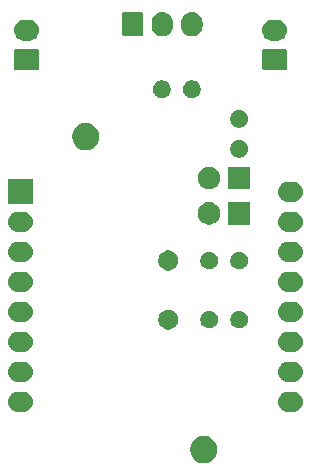
<source format=gbr>
G04 #@! TF.GenerationSoftware,KiCad,Pcbnew,5.1.5-52549c5~84~ubuntu18.04.1*
G04 #@! TF.CreationDate,2020-02-24T15:42:57+01:00*
G04 #@! TF.ProjectId,osat_wemos_board,6f736174-5f77-4656-9d6f-735f626f6172,rev?*
G04 #@! TF.SameCoordinates,Original*
G04 #@! TF.FileFunction,Soldermask,Bot*
G04 #@! TF.FilePolarity,Negative*
%FSLAX46Y46*%
G04 Gerber Fmt 4.6, Leading zero omitted, Abs format (unit mm)*
G04 Created by KiCad (PCBNEW 5.1.5-52549c5~84~ubuntu18.04.1) date 2020-02-24 15:42:57*
%MOMM*%
%LPD*%
G04 APERTURE LIST*
%ADD10C,0.100000*%
G04 APERTURE END LIST*
D10*
G36*
X121224549Y-88871116D02*
G01*
X121335734Y-88893232D01*
X121545203Y-88979997D01*
X121733720Y-89105960D01*
X121894040Y-89266280D01*
X122020003Y-89454797D01*
X122106768Y-89664266D01*
X122151000Y-89886636D01*
X122151000Y-90113364D01*
X122106768Y-90335734D01*
X122020003Y-90545203D01*
X121894040Y-90733720D01*
X121733720Y-90894040D01*
X121545203Y-91020003D01*
X121335734Y-91106768D01*
X121224549Y-91128884D01*
X121113365Y-91151000D01*
X120886635Y-91151000D01*
X120775451Y-91128884D01*
X120664266Y-91106768D01*
X120454797Y-91020003D01*
X120266280Y-90894040D01*
X120105960Y-90733720D01*
X119979997Y-90545203D01*
X119893232Y-90335734D01*
X119849000Y-90113364D01*
X119849000Y-89886636D01*
X119893232Y-89664266D01*
X119979997Y-89454797D01*
X120105960Y-89266280D01*
X120266280Y-89105960D01*
X120454797Y-88979997D01*
X120664266Y-88893232D01*
X120775451Y-88871116D01*
X120886635Y-88849000D01*
X121113365Y-88849000D01*
X121224549Y-88871116D01*
G37*
G36*
X128711824Y-85116314D02*
G01*
X128872243Y-85164977D01*
X129004907Y-85235887D01*
X129020079Y-85243997D01*
X129149660Y-85350342D01*
X129256005Y-85479923D01*
X129256006Y-85479925D01*
X129335025Y-85627759D01*
X129383688Y-85788178D01*
X129400118Y-85955001D01*
X129383688Y-86121824D01*
X129335025Y-86282243D01*
X129264115Y-86414907D01*
X129256005Y-86430079D01*
X129149660Y-86559660D01*
X129020079Y-86666005D01*
X129020077Y-86666006D01*
X128872243Y-86745025D01*
X128711824Y-86793688D01*
X128586805Y-86806001D01*
X128103197Y-86806001D01*
X127978178Y-86793688D01*
X127817759Y-86745025D01*
X127669925Y-86666006D01*
X127669923Y-86666005D01*
X127540342Y-86559660D01*
X127433997Y-86430079D01*
X127425887Y-86414907D01*
X127354977Y-86282243D01*
X127306314Y-86121824D01*
X127289884Y-85955001D01*
X127306314Y-85788178D01*
X127354977Y-85627759D01*
X127433996Y-85479925D01*
X127433997Y-85479923D01*
X127540342Y-85350342D01*
X127669923Y-85243997D01*
X127685095Y-85235887D01*
X127817759Y-85164977D01*
X127978178Y-85116314D01*
X128103197Y-85104001D01*
X128586805Y-85104001D01*
X128711824Y-85116314D01*
G37*
G36*
X105851824Y-85116314D02*
G01*
X106012243Y-85164977D01*
X106144907Y-85235887D01*
X106160079Y-85243997D01*
X106289660Y-85350342D01*
X106396005Y-85479923D01*
X106396006Y-85479925D01*
X106475025Y-85627759D01*
X106523688Y-85788178D01*
X106540118Y-85955001D01*
X106523688Y-86121824D01*
X106475025Y-86282243D01*
X106404115Y-86414907D01*
X106396005Y-86430079D01*
X106289660Y-86559660D01*
X106160079Y-86666005D01*
X106160077Y-86666006D01*
X106012243Y-86745025D01*
X105851824Y-86793688D01*
X105726805Y-86806001D01*
X105243197Y-86806001D01*
X105118178Y-86793688D01*
X104957759Y-86745025D01*
X104809925Y-86666006D01*
X104809923Y-86666005D01*
X104680342Y-86559660D01*
X104573997Y-86430079D01*
X104565887Y-86414907D01*
X104494977Y-86282243D01*
X104446314Y-86121824D01*
X104429884Y-85955001D01*
X104446314Y-85788178D01*
X104494977Y-85627759D01*
X104573996Y-85479925D01*
X104573997Y-85479923D01*
X104680342Y-85350342D01*
X104809923Y-85243997D01*
X104825095Y-85235887D01*
X104957759Y-85164977D01*
X105118178Y-85116314D01*
X105243197Y-85104001D01*
X105726805Y-85104001D01*
X105851824Y-85116314D01*
G37*
G36*
X105851824Y-82576314D02*
G01*
X106012243Y-82624977D01*
X106144907Y-82695887D01*
X106160079Y-82703997D01*
X106289660Y-82810342D01*
X106396005Y-82939923D01*
X106396006Y-82939925D01*
X106475025Y-83087759D01*
X106523688Y-83248178D01*
X106540118Y-83415001D01*
X106523688Y-83581824D01*
X106475025Y-83742243D01*
X106404115Y-83874907D01*
X106396005Y-83890079D01*
X106289660Y-84019660D01*
X106160079Y-84126005D01*
X106160077Y-84126006D01*
X106012243Y-84205025D01*
X105851824Y-84253688D01*
X105726805Y-84266001D01*
X105243197Y-84266001D01*
X105118178Y-84253688D01*
X104957759Y-84205025D01*
X104809925Y-84126006D01*
X104809923Y-84126005D01*
X104680342Y-84019660D01*
X104573997Y-83890079D01*
X104565887Y-83874907D01*
X104494977Y-83742243D01*
X104446314Y-83581824D01*
X104429884Y-83415001D01*
X104446314Y-83248178D01*
X104494977Y-83087759D01*
X104573996Y-82939925D01*
X104573997Y-82939923D01*
X104680342Y-82810342D01*
X104809923Y-82703997D01*
X104825095Y-82695887D01*
X104957759Y-82624977D01*
X105118178Y-82576314D01*
X105243197Y-82564001D01*
X105726805Y-82564001D01*
X105851824Y-82576314D01*
G37*
G36*
X128711824Y-82576314D02*
G01*
X128872243Y-82624977D01*
X129004907Y-82695887D01*
X129020079Y-82703997D01*
X129149660Y-82810342D01*
X129256005Y-82939923D01*
X129256006Y-82939925D01*
X129335025Y-83087759D01*
X129383688Y-83248178D01*
X129400118Y-83415001D01*
X129383688Y-83581824D01*
X129335025Y-83742243D01*
X129264115Y-83874907D01*
X129256005Y-83890079D01*
X129149660Y-84019660D01*
X129020079Y-84126005D01*
X129020077Y-84126006D01*
X128872243Y-84205025D01*
X128711824Y-84253688D01*
X128586805Y-84266001D01*
X128103197Y-84266001D01*
X127978178Y-84253688D01*
X127817759Y-84205025D01*
X127669925Y-84126006D01*
X127669923Y-84126005D01*
X127540342Y-84019660D01*
X127433997Y-83890079D01*
X127425887Y-83874907D01*
X127354977Y-83742243D01*
X127306314Y-83581824D01*
X127289884Y-83415001D01*
X127306314Y-83248178D01*
X127354977Y-83087759D01*
X127433996Y-82939925D01*
X127433997Y-82939923D01*
X127540342Y-82810342D01*
X127669923Y-82703997D01*
X127685095Y-82695887D01*
X127817759Y-82624977D01*
X127978178Y-82576314D01*
X128103197Y-82564001D01*
X128586805Y-82564001D01*
X128711824Y-82576314D01*
G37*
G36*
X105851824Y-80036314D02*
G01*
X106012243Y-80084977D01*
X106144907Y-80155887D01*
X106160079Y-80163997D01*
X106289660Y-80270342D01*
X106396005Y-80399923D01*
X106396006Y-80399925D01*
X106475025Y-80547759D01*
X106523688Y-80708178D01*
X106540118Y-80875001D01*
X106523688Y-81041824D01*
X106475025Y-81202243D01*
X106404115Y-81334907D01*
X106396005Y-81350079D01*
X106289660Y-81479660D01*
X106160079Y-81586005D01*
X106160077Y-81586006D01*
X106012243Y-81665025D01*
X105851824Y-81713688D01*
X105726805Y-81726001D01*
X105243197Y-81726001D01*
X105118178Y-81713688D01*
X104957759Y-81665025D01*
X104809925Y-81586006D01*
X104809923Y-81586005D01*
X104680342Y-81479660D01*
X104573997Y-81350079D01*
X104565887Y-81334907D01*
X104494977Y-81202243D01*
X104446314Y-81041824D01*
X104429884Y-80875001D01*
X104446314Y-80708178D01*
X104494977Y-80547759D01*
X104573996Y-80399925D01*
X104573997Y-80399923D01*
X104680342Y-80270342D01*
X104809923Y-80163997D01*
X104825095Y-80155887D01*
X104957759Y-80084977D01*
X105118178Y-80036314D01*
X105243197Y-80024001D01*
X105726805Y-80024001D01*
X105851824Y-80036314D01*
G37*
G36*
X128711824Y-80036314D02*
G01*
X128872243Y-80084977D01*
X129004907Y-80155887D01*
X129020079Y-80163997D01*
X129149660Y-80270342D01*
X129256005Y-80399923D01*
X129256006Y-80399925D01*
X129335025Y-80547759D01*
X129383688Y-80708178D01*
X129400118Y-80875001D01*
X129383688Y-81041824D01*
X129335025Y-81202243D01*
X129264115Y-81334907D01*
X129256005Y-81350079D01*
X129149660Y-81479660D01*
X129020079Y-81586005D01*
X129020077Y-81586006D01*
X128872243Y-81665025D01*
X128711824Y-81713688D01*
X128586805Y-81726001D01*
X128103197Y-81726001D01*
X127978178Y-81713688D01*
X127817759Y-81665025D01*
X127669925Y-81586006D01*
X127669923Y-81586005D01*
X127540342Y-81479660D01*
X127433997Y-81350079D01*
X127425887Y-81334907D01*
X127354977Y-81202243D01*
X127306314Y-81041824D01*
X127289884Y-80875001D01*
X127306314Y-80708178D01*
X127354977Y-80547759D01*
X127433996Y-80399925D01*
X127433997Y-80399923D01*
X127540342Y-80270342D01*
X127669923Y-80163997D01*
X127685095Y-80155887D01*
X127817759Y-80084977D01*
X127978178Y-80036314D01*
X128103197Y-80024001D01*
X128586805Y-80024001D01*
X128711824Y-80036314D01*
G37*
G36*
X118248228Y-78181703D02*
G01*
X118403100Y-78245853D01*
X118542481Y-78338985D01*
X118661015Y-78457519D01*
X118754147Y-78596900D01*
X118818297Y-78751772D01*
X118851000Y-78916184D01*
X118851000Y-79083816D01*
X118818297Y-79248228D01*
X118754147Y-79403100D01*
X118661015Y-79542481D01*
X118542481Y-79661015D01*
X118403100Y-79754147D01*
X118248228Y-79818297D01*
X118083816Y-79851000D01*
X117916184Y-79851000D01*
X117751772Y-79818297D01*
X117596900Y-79754147D01*
X117457519Y-79661015D01*
X117338985Y-79542481D01*
X117245853Y-79403100D01*
X117181703Y-79248228D01*
X117149000Y-79083816D01*
X117149000Y-78916184D01*
X117181703Y-78751772D01*
X117245853Y-78596900D01*
X117338985Y-78457519D01*
X117457519Y-78338985D01*
X117596900Y-78245853D01*
X117751772Y-78181703D01*
X117916184Y-78149000D01*
X118083816Y-78149000D01*
X118248228Y-78181703D01*
G37*
G36*
X124219059Y-78277860D02*
G01*
X124355732Y-78334472D01*
X124478735Y-78416660D01*
X124583340Y-78521265D01*
X124665528Y-78644268D01*
X124722140Y-78780941D01*
X124751000Y-78926033D01*
X124751000Y-79073967D01*
X124722140Y-79219059D01*
X124665528Y-79355732D01*
X124583340Y-79478735D01*
X124478735Y-79583340D01*
X124355732Y-79665528D01*
X124355731Y-79665529D01*
X124355730Y-79665529D01*
X124219059Y-79722140D01*
X124073968Y-79751000D01*
X123926032Y-79751000D01*
X123780941Y-79722140D01*
X123644270Y-79665529D01*
X123644269Y-79665529D01*
X123644268Y-79665528D01*
X123521265Y-79583340D01*
X123416660Y-79478735D01*
X123334472Y-79355732D01*
X123277860Y-79219059D01*
X123249000Y-79073967D01*
X123249000Y-78926033D01*
X123277860Y-78780941D01*
X123334472Y-78644268D01*
X123416660Y-78521265D01*
X123521265Y-78416660D01*
X123644268Y-78334472D01*
X123780941Y-78277860D01*
X123926032Y-78249000D01*
X124073968Y-78249000D01*
X124219059Y-78277860D01*
G37*
G36*
X121679059Y-78277860D02*
G01*
X121815732Y-78334472D01*
X121938735Y-78416660D01*
X122043340Y-78521265D01*
X122125528Y-78644268D01*
X122182140Y-78780941D01*
X122211000Y-78926033D01*
X122211000Y-79073967D01*
X122182140Y-79219059D01*
X122125528Y-79355732D01*
X122043340Y-79478735D01*
X121938735Y-79583340D01*
X121815732Y-79665528D01*
X121815731Y-79665529D01*
X121815730Y-79665529D01*
X121679059Y-79722140D01*
X121533968Y-79751000D01*
X121386032Y-79751000D01*
X121240941Y-79722140D01*
X121104270Y-79665529D01*
X121104269Y-79665529D01*
X121104268Y-79665528D01*
X120981265Y-79583340D01*
X120876660Y-79478735D01*
X120794472Y-79355732D01*
X120737860Y-79219059D01*
X120709000Y-79073967D01*
X120709000Y-78926033D01*
X120737860Y-78780941D01*
X120794472Y-78644268D01*
X120876660Y-78521265D01*
X120981265Y-78416660D01*
X121104268Y-78334472D01*
X121240941Y-78277860D01*
X121386032Y-78249000D01*
X121533968Y-78249000D01*
X121679059Y-78277860D01*
G37*
G36*
X105851824Y-77496314D02*
G01*
X106012243Y-77544977D01*
X106144907Y-77615887D01*
X106160079Y-77623997D01*
X106289660Y-77730342D01*
X106396005Y-77859923D01*
X106396006Y-77859925D01*
X106475025Y-78007759D01*
X106523688Y-78168178D01*
X106540118Y-78335001D01*
X106523688Y-78501824D01*
X106475025Y-78662243D01*
X106404115Y-78794907D01*
X106396005Y-78810079D01*
X106289660Y-78939660D01*
X106160079Y-79046005D01*
X106160077Y-79046006D01*
X106012243Y-79125025D01*
X105851824Y-79173688D01*
X105726805Y-79186001D01*
X105243197Y-79186001D01*
X105118178Y-79173688D01*
X104957759Y-79125025D01*
X104809925Y-79046006D01*
X104809923Y-79046005D01*
X104680342Y-78939660D01*
X104573997Y-78810079D01*
X104565887Y-78794907D01*
X104494977Y-78662243D01*
X104446314Y-78501824D01*
X104429884Y-78335001D01*
X104446314Y-78168178D01*
X104494977Y-78007759D01*
X104573996Y-77859925D01*
X104573997Y-77859923D01*
X104680342Y-77730342D01*
X104809923Y-77623997D01*
X104825095Y-77615887D01*
X104957759Y-77544977D01*
X105118178Y-77496314D01*
X105243197Y-77484001D01*
X105726805Y-77484001D01*
X105851824Y-77496314D01*
G37*
G36*
X128711824Y-77496314D02*
G01*
X128872243Y-77544977D01*
X129004907Y-77615887D01*
X129020079Y-77623997D01*
X129149660Y-77730342D01*
X129256005Y-77859923D01*
X129256006Y-77859925D01*
X129335025Y-78007759D01*
X129383688Y-78168178D01*
X129400118Y-78335001D01*
X129383688Y-78501824D01*
X129335025Y-78662243D01*
X129264115Y-78794907D01*
X129256005Y-78810079D01*
X129149660Y-78939660D01*
X129020079Y-79046005D01*
X129020077Y-79046006D01*
X128872243Y-79125025D01*
X128711824Y-79173688D01*
X128586805Y-79186001D01*
X128103197Y-79186001D01*
X127978178Y-79173688D01*
X127817759Y-79125025D01*
X127669925Y-79046006D01*
X127669923Y-79046005D01*
X127540342Y-78939660D01*
X127433997Y-78810079D01*
X127425887Y-78794907D01*
X127354977Y-78662243D01*
X127306314Y-78501824D01*
X127289884Y-78335001D01*
X127306314Y-78168178D01*
X127354977Y-78007759D01*
X127433996Y-77859925D01*
X127433997Y-77859923D01*
X127540342Y-77730342D01*
X127669923Y-77623997D01*
X127685095Y-77615887D01*
X127817759Y-77544977D01*
X127978178Y-77496314D01*
X128103197Y-77484001D01*
X128586805Y-77484001D01*
X128711824Y-77496314D01*
G37*
G36*
X128711824Y-74956314D02*
G01*
X128872243Y-75004977D01*
X129004907Y-75075887D01*
X129020079Y-75083997D01*
X129149660Y-75190342D01*
X129256005Y-75319923D01*
X129256006Y-75319925D01*
X129335025Y-75467759D01*
X129383688Y-75628178D01*
X129400118Y-75795001D01*
X129383688Y-75961824D01*
X129335025Y-76122243D01*
X129264115Y-76254907D01*
X129256005Y-76270079D01*
X129149660Y-76399660D01*
X129020079Y-76506005D01*
X129020077Y-76506006D01*
X128872243Y-76585025D01*
X128711824Y-76633688D01*
X128586805Y-76646001D01*
X128103197Y-76646001D01*
X127978178Y-76633688D01*
X127817759Y-76585025D01*
X127669925Y-76506006D01*
X127669923Y-76506005D01*
X127540342Y-76399660D01*
X127433997Y-76270079D01*
X127425887Y-76254907D01*
X127354977Y-76122243D01*
X127306314Y-75961824D01*
X127289884Y-75795001D01*
X127306314Y-75628178D01*
X127354977Y-75467759D01*
X127433996Y-75319925D01*
X127433997Y-75319923D01*
X127540342Y-75190342D01*
X127669923Y-75083997D01*
X127685095Y-75075887D01*
X127817759Y-75004977D01*
X127978178Y-74956314D01*
X128103197Y-74944001D01*
X128586805Y-74944001D01*
X128711824Y-74956314D01*
G37*
G36*
X105851824Y-74956314D02*
G01*
X106012243Y-75004977D01*
X106144907Y-75075887D01*
X106160079Y-75083997D01*
X106289660Y-75190342D01*
X106396005Y-75319923D01*
X106396006Y-75319925D01*
X106475025Y-75467759D01*
X106523688Y-75628178D01*
X106540118Y-75795001D01*
X106523688Y-75961824D01*
X106475025Y-76122243D01*
X106404115Y-76254907D01*
X106396005Y-76270079D01*
X106289660Y-76399660D01*
X106160079Y-76506005D01*
X106160077Y-76506006D01*
X106012243Y-76585025D01*
X105851824Y-76633688D01*
X105726805Y-76646001D01*
X105243197Y-76646001D01*
X105118178Y-76633688D01*
X104957759Y-76585025D01*
X104809925Y-76506006D01*
X104809923Y-76506005D01*
X104680342Y-76399660D01*
X104573997Y-76270079D01*
X104565887Y-76254907D01*
X104494977Y-76122243D01*
X104446314Y-75961824D01*
X104429884Y-75795001D01*
X104446314Y-75628178D01*
X104494977Y-75467759D01*
X104573996Y-75319925D01*
X104573997Y-75319923D01*
X104680342Y-75190342D01*
X104809923Y-75083997D01*
X104825095Y-75075887D01*
X104957759Y-75004977D01*
X105118178Y-74956314D01*
X105243197Y-74944001D01*
X105726805Y-74944001D01*
X105851824Y-74956314D01*
G37*
G36*
X118248228Y-73181703D02*
G01*
X118403100Y-73245853D01*
X118542481Y-73338985D01*
X118661015Y-73457519D01*
X118754147Y-73596900D01*
X118818297Y-73751772D01*
X118851000Y-73916184D01*
X118851000Y-74083816D01*
X118818297Y-74248228D01*
X118754147Y-74403100D01*
X118661015Y-74542481D01*
X118542481Y-74661015D01*
X118403100Y-74754147D01*
X118248228Y-74818297D01*
X118083816Y-74851000D01*
X117916184Y-74851000D01*
X117751772Y-74818297D01*
X117596900Y-74754147D01*
X117457519Y-74661015D01*
X117338985Y-74542481D01*
X117245853Y-74403100D01*
X117181703Y-74248228D01*
X117149000Y-74083816D01*
X117149000Y-73916184D01*
X117181703Y-73751772D01*
X117245853Y-73596900D01*
X117338985Y-73457519D01*
X117457519Y-73338985D01*
X117596900Y-73245853D01*
X117751772Y-73181703D01*
X117916184Y-73149000D01*
X118083816Y-73149000D01*
X118248228Y-73181703D01*
G37*
G36*
X124104137Y-73255001D02*
G01*
X124219059Y-73277860D01*
X124355732Y-73334472D01*
X124478735Y-73416660D01*
X124583340Y-73521265D01*
X124665528Y-73644268D01*
X124665529Y-73644270D01*
X124722140Y-73780941D01*
X124751000Y-73926032D01*
X124751000Y-74073968D01*
X124744628Y-74106001D01*
X124722140Y-74219059D01*
X124665528Y-74355732D01*
X124583340Y-74478735D01*
X124478735Y-74583340D01*
X124355732Y-74665528D01*
X124355731Y-74665529D01*
X124355730Y-74665529D01*
X124219059Y-74722140D01*
X124073968Y-74751000D01*
X123926032Y-74751000D01*
X123780941Y-74722140D01*
X123644270Y-74665529D01*
X123644269Y-74665529D01*
X123644268Y-74665528D01*
X123521265Y-74583340D01*
X123416660Y-74478735D01*
X123334472Y-74355732D01*
X123277860Y-74219059D01*
X123255372Y-74106001D01*
X123249000Y-74073968D01*
X123249000Y-73926032D01*
X123277860Y-73780941D01*
X123334471Y-73644270D01*
X123334472Y-73644268D01*
X123416660Y-73521265D01*
X123521265Y-73416660D01*
X123644268Y-73334472D01*
X123780941Y-73277860D01*
X123895863Y-73255001D01*
X123926032Y-73249000D01*
X124073968Y-73249000D01*
X124104137Y-73255001D01*
G37*
G36*
X121564137Y-73255001D02*
G01*
X121679059Y-73277860D01*
X121815732Y-73334472D01*
X121938735Y-73416660D01*
X122043340Y-73521265D01*
X122125528Y-73644268D01*
X122125529Y-73644270D01*
X122182140Y-73780941D01*
X122211000Y-73926032D01*
X122211000Y-74073968D01*
X122204628Y-74106001D01*
X122182140Y-74219059D01*
X122125528Y-74355732D01*
X122043340Y-74478735D01*
X121938735Y-74583340D01*
X121815732Y-74665528D01*
X121815731Y-74665529D01*
X121815730Y-74665529D01*
X121679059Y-74722140D01*
X121533968Y-74751000D01*
X121386032Y-74751000D01*
X121240941Y-74722140D01*
X121104270Y-74665529D01*
X121104269Y-74665529D01*
X121104268Y-74665528D01*
X120981265Y-74583340D01*
X120876660Y-74478735D01*
X120794472Y-74355732D01*
X120737860Y-74219059D01*
X120715372Y-74106001D01*
X120709000Y-74073968D01*
X120709000Y-73926032D01*
X120737860Y-73780941D01*
X120794471Y-73644270D01*
X120794472Y-73644268D01*
X120876660Y-73521265D01*
X120981265Y-73416660D01*
X121104268Y-73334472D01*
X121240941Y-73277860D01*
X121355863Y-73255001D01*
X121386032Y-73249000D01*
X121533968Y-73249000D01*
X121564137Y-73255001D01*
G37*
G36*
X128711824Y-72416314D02*
G01*
X128872243Y-72464977D01*
X129004907Y-72535887D01*
X129020079Y-72543997D01*
X129149660Y-72650342D01*
X129256005Y-72779923D01*
X129256006Y-72779925D01*
X129335025Y-72927759D01*
X129383688Y-73088178D01*
X129400118Y-73255001D01*
X129383688Y-73421824D01*
X129335025Y-73582243D01*
X129327189Y-73596903D01*
X129256005Y-73730079D01*
X129149660Y-73859660D01*
X129020079Y-73966005D01*
X129020077Y-73966006D01*
X128872243Y-74045025D01*
X128711824Y-74093688D01*
X128586805Y-74106001D01*
X128103197Y-74106001D01*
X127978178Y-74093688D01*
X127817759Y-74045025D01*
X127669925Y-73966006D01*
X127669923Y-73966005D01*
X127540342Y-73859660D01*
X127433997Y-73730079D01*
X127362813Y-73596903D01*
X127354977Y-73582243D01*
X127306314Y-73421824D01*
X127289884Y-73255001D01*
X127306314Y-73088178D01*
X127354977Y-72927759D01*
X127433996Y-72779925D01*
X127433997Y-72779923D01*
X127540342Y-72650342D01*
X127669923Y-72543997D01*
X127685095Y-72535887D01*
X127817759Y-72464977D01*
X127978178Y-72416314D01*
X128103197Y-72404001D01*
X128586805Y-72404001D01*
X128711824Y-72416314D01*
G37*
G36*
X105851824Y-72416314D02*
G01*
X106012243Y-72464977D01*
X106144907Y-72535887D01*
X106160079Y-72543997D01*
X106289660Y-72650342D01*
X106396005Y-72779923D01*
X106396006Y-72779925D01*
X106475025Y-72927759D01*
X106523688Y-73088178D01*
X106540118Y-73255001D01*
X106523688Y-73421824D01*
X106475025Y-73582243D01*
X106467189Y-73596903D01*
X106396005Y-73730079D01*
X106289660Y-73859660D01*
X106160079Y-73966005D01*
X106160077Y-73966006D01*
X106012243Y-74045025D01*
X105851824Y-74093688D01*
X105726805Y-74106001D01*
X105243197Y-74106001D01*
X105118178Y-74093688D01*
X104957759Y-74045025D01*
X104809925Y-73966006D01*
X104809923Y-73966005D01*
X104680342Y-73859660D01*
X104573997Y-73730079D01*
X104502813Y-73596903D01*
X104494977Y-73582243D01*
X104446314Y-73421824D01*
X104429884Y-73255001D01*
X104446314Y-73088178D01*
X104494977Y-72927759D01*
X104573996Y-72779925D01*
X104573997Y-72779923D01*
X104680342Y-72650342D01*
X104809923Y-72543997D01*
X104825095Y-72535887D01*
X104957759Y-72464977D01*
X105118178Y-72416314D01*
X105243197Y-72404001D01*
X105726805Y-72404001D01*
X105851824Y-72416314D01*
G37*
G36*
X128711824Y-69876314D02*
G01*
X128872243Y-69924977D01*
X129004907Y-69995887D01*
X129020079Y-70003997D01*
X129149660Y-70110342D01*
X129256005Y-70239923D01*
X129256006Y-70239925D01*
X129335025Y-70387759D01*
X129383688Y-70548178D01*
X129400118Y-70715001D01*
X129383688Y-70881824D01*
X129335025Y-71042243D01*
X129264115Y-71174907D01*
X129256005Y-71190079D01*
X129149660Y-71319660D01*
X129020079Y-71426005D01*
X129020077Y-71426006D01*
X128872243Y-71505025D01*
X128711824Y-71553688D01*
X128586805Y-71566001D01*
X128103197Y-71566001D01*
X127978178Y-71553688D01*
X127817759Y-71505025D01*
X127669925Y-71426006D01*
X127669923Y-71426005D01*
X127540342Y-71319660D01*
X127433997Y-71190079D01*
X127425887Y-71174907D01*
X127354977Y-71042243D01*
X127306314Y-70881824D01*
X127289884Y-70715001D01*
X127306314Y-70548178D01*
X127354977Y-70387759D01*
X127433996Y-70239925D01*
X127433997Y-70239923D01*
X127540342Y-70110342D01*
X127669923Y-70003997D01*
X127685095Y-69995887D01*
X127817759Y-69924977D01*
X127978178Y-69876314D01*
X128103197Y-69864001D01*
X128586805Y-69864001D01*
X128711824Y-69876314D01*
G37*
G36*
X105851824Y-69876314D02*
G01*
X106012243Y-69924977D01*
X106144907Y-69995887D01*
X106160079Y-70003997D01*
X106289660Y-70110342D01*
X106396005Y-70239923D01*
X106396006Y-70239925D01*
X106475025Y-70387759D01*
X106523688Y-70548178D01*
X106540118Y-70715001D01*
X106523688Y-70881824D01*
X106475025Y-71042243D01*
X106404115Y-71174907D01*
X106396005Y-71190079D01*
X106289660Y-71319660D01*
X106160079Y-71426005D01*
X106160077Y-71426006D01*
X106012243Y-71505025D01*
X105851824Y-71553688D01*
X105726805Y-71566001D01*
X105243197Y-71566001D01*
X105118178Y-71553688D01*
X104957759Y-71505025D01*
X104809925Y-71426006D01*
X104809923Y-71426005D01*
X104680342Y-71319660D01*
X104573997Y-71190079D01*
X104565887Y-71174907D01*
X104494977Y-71042243D01*
X104446314Y-70881824D01*
X104429884Y-70715001D01*
X104446314Y-70548178D01*
X104494977Y-70387759D01*
X104573996Y-70239925D01*
X104573997Y-70239923D01*
X104680342Y-70110342D01*
X104809923Y-70003997D01*
X104825095Y-69995887D01*
X104957759Y-69924977D01*
X105118178Y-69876314D01*
X105243197Y-69864001D01*
X105726805Y-69864001D01*
X105851824Y-69876314D01*
G37*
G36*
X124951000Y-70951000D02*
G01*
X123049000Y-70951000D01*
X123049000Y-69049000D01*
X124951000Y-69049000D01*
X124951000Y-70951000D01*
G37*
G36*
X121737395Y-69085546D02*
G01*
X121910466Y-69157234D01*
X121910467Y-69157235D01*
X122066227Y-69261310D01*
X122198690Y-69393773D01*
X122198691Y-69393775D01*
X122302766Y-69549534D01*
X122374454Y-69722605D01*
X122411000Y-69906333D01*
X122411000Y-70093667D01*
X122374454Y-70277395D01*
X122302766Y-70450466D01*
X122302765Y-70450467D01*
X122198690Y-70606227D01*
X122066227Y-70738690D01*
X121987818Y-70791081D01*
X121910466Y-70842766D01*
X121737395Y-70914454D01*
X121553667Y-70951000D01*
X121366333Y-70951000D01*
X121182605Y-70914454D01*
X121009534Y-70842766D01*
X120932182Y-70791081D01*
X120853773Y-70738690D01*
X120721310Y-70606227D01*
X120617235Y-70450467D01*
X120617234Y-70450466D01*
X120545546Y-70277395D01*
X120509000Y-70093667D01*
X120509000Y-69906333D01*
X120545546Y-69722605D01*
X120617234Y-69549534D01*
X120721309Y-69393775D01*
X120721310Y-69393773D01*
X120853773Y-69261310D01*
X121009533Y-69157235D01*
X121009534Y-69157234D01*
X121182605Y-69085546D01*
X121366333Y-69049000D01*
X121553667Y-69049000D01*
X121737395Y-69085546D01*
G37*
G36*
X106536001Y-69226001D02*
G01*
X104434001Y-69226001D01*
X104434001Y-67124001D01*
X106536001Y-67124001D01*
X106536001Y-69226001D01*
G37*
G36*
X128711824Y-67336314D02*
G01*
X128872243Y-67384977D01*
X128994764Y-67450466D01*
X129020079Y-67463997D01*
X129149660Y-67570342D01*
X129256005Y-67699923D01*
X129256006Y-67699925D01*
X129335025Y-67847759D01*
X129383688Y-68008178D01*
X129400118Y-68175001D01*
X129383688Y-68341824D01*
X129335025Y-68502243D01*
X129264115Y-68634907D01*
X129256005Y-68650079D01*
X129149660Y-68779660D01*
X129020079Y-68886005D01*
X129020077Y-68886006D01*
X128872243Y-68965025D01*
X128711824Y-69013688D01*
X128586805Y-69026001D01*
X128103197Y-69026001D01*
X127978178Y-69013688D01*
X127817759Y-68965025D01*
X127669925Y-68886006D01*
X127669923Y-68886005D01*
X127540342Y-68779660D01*
X127433997Y-68650079D01*
X127425887Y-68634907D01*
X127354977Y-68502243D01*
X127306314Y-68341824D01*
X127289884Y-68175001D01*
X127306314Y-68008178D01*
X127354977Y-67847759D01*
X127433996Y-67699925D01*
X127433997Y-67699923D01*
X127540342Y-67570342D01*
X127669923Y-67463997D01*
X127695238Y-67450466D01*
X127817759Y-67384977D01*
X127978178Y-67336314D01*
X128103197Y-67324001D01*
X128586805Y-67324001D01*
X128711824Y-67336314D01*
G37*
G36*
X124951000Y-67951000D02*
G01*
X123049000Y-67951000D01*
X123049000Y-66049000D01*
X124951000Y-66049000D01*
X124951000Y-67951000D01*
G37*
G36*
X121737395Y-66085546D02*
G01*
X121910466Y-66157234D01*
X121910467Y-66157235D01*
X122066227Y-66261310D01*
X122198690Y-66393773D01*
X122198691Y-66393775D01*
X122302766Y-66549534D01*
X122374454Y-66722605D01*
X122411000Y-66906333D01*
X122411000Y-67093667D01*
X122374454Y-67277395D01*
X122302766Y-67450466D01*
X122293725Y-67463997D01*
X122198690Y-67606227D01*
X122066227Y-67738690D01*
X121987818Y-67791081D01*
X121910466Y-67842766D01*
X121737395Y-67914454D01*
X121553667Y-67951000D01*
X121366333Y-67951000D01*
X121182605Y-67914454D01*
X121009534Y-67842766D01*
X120932182Y-67791081D01*
X120853773Y-67738690D01*
X120721310Y-67606227D01*
X120626275Y-67463997D01*
X120617234Y-67450466D01*
X120545546Y-67277395D01*
X120509000Y-67093667D01*
X120509000Y-66906333D01*
X120545546Y-66722605D01*
X120617234Y-66549534D01*
X120721309Y-66393775D01*
X120721310Y-66393773D01*
X120853773Y-66261310D01*
X121009533Y-66157235D01*
X121009534Y-66157234D01*
X121182605Y-66085546D01*
X121366333Y-66049000D01*
X121553667Y-66049000D01*
X121737395Y-66085546D01*
G37*
G36*
X124219059Y-63817860D02*
G01*
X124355732Y-63874472D01*
X124478735Y-63956660D01*
X124583340Y-64061265D01*
X124665528Y-64184268D01*
X124722140Y-64320941D01*
X124751000Y-64466033D01*
X124751000Y-64613967D01*
X124722140Y-64759059D01*
X124665528Y-64895732D01*
X124583340Y-65018735D01*
X124478735Y-65123340D01*
X124355732Y-65205528D01*
X124355731Y-65205529D01*
X124355730Y-65205529D01*
X124219059Y-65262140D01*
X124073968Y-65291000D01*
X123926032Y-65291000D01*
X123780941Y-65262140D01*
X123644270Y-65205529D01*
X123644269Y-65205529D01*
X123644268Y-65205528D01*
X123521265Y-65123340D01*
X123416660Y-65018735D01*
X123334472Y-64895732D01*
X123277860Y-64759059D01*
X123249000Y-64613967D01*
X123249000Y-64466033D01*
X123277860Y-64320941D01*
X123334472Y-64184268D01*
X123416660Y-64061265D01*
X123521265Y-63956660D01*
X123644268Y-63874472D01*
X123780941Y-63817860D01*
X123926032Y-63789000D01*
X124073968Y-63789000D01*
X124219059Y-63817860D01*
G37*
G36*
X111224549Y-62371116D02*
G01*
X111335734Y-62393232D01*
X111483850Y-62454584D01*
X111542157Y-62478735D01*
X111545203Y-62479997D01*
X111733720Y-62605960D01*
X111894040Y-62766280D01*
X112020003Y-62954797D01*
X112106768Y-63164266D01*
X112151000Y-63386636D01*
X112151000Y-63613364D01*
X112106768Y-63835734D01*
X112020003Y-64045203D01*
X111894040Y-64233720D01*
X111733720Y-64394040D01*
X111545203Y-64520003D01*
X111335734Y-64606768D01*
X111224549Y-64628884D01*
X111113365Y-64651000D01*
X110886635Y-64651000D01*
X110775451Y-64628884D01*
X110664266Y-64606768D01*
X110454797Y-64520003D01*
X110266280Y-64394040D01*
X110105960Y-64233720D01*
X109979997Y-64045203D01*
X109893232Y-63835734D01*
X109849000Y-63613364D01*
X109849000Y-63386636D01*
X109893232Y-63164266D01*
X109979997Y-62954797D01*
X110105960Y-62766280D01*
X110266280Y-62605960D01*
X110454797Y-62479997D01*
X110457844Y-62478735D01*
X110516150Y-62454584D01*
X110664266Y-62393232D01*
X110775451Y-62371116D01*
X110886635Y-62349000D01*
X111113365Y-62349000D01*
X111224549Y-62371116D01*
G37*
G36*
X124219059Y-61277860D02*
G01*
X124355732Y-61334472D01*
X124478735Y-61416660D01*
X124583340Y-61521265D01*
X124583341Y-61521267D01*
X124665529Y-61644270D01*
X124722140Y-61780941D01*
X124751000Y-61926032D01*
X124751000Y-62073968D01*
X124722140Y-62219059D01*
X124668317Y-62349000D01*
X124665528Y-62355732D01*
X124583340Y-62478735D01*
X124478735Y-62583340D01*
X124355732Y-62665528D01*
X124355731Y-62665529D01*
X124355730Y-62665529D01*
X124219059Y-62722140D01*
X124073968Y-62751000D01*
X123926032Y-62751000D01*
X123780941Y-62722140D01*
X123644270Y-62665529D01*
X123644269Y-62665529D01*
X123644268Y-62665528D01*
X123521265Y-62583340D01*
X123416660Y-62478735D01*
X123334472Y-62355732D01*
X123331684Y-62349000D01*
X123277860Y-62219059D01*
X123249000Y-62073968D01*
X123249000Y-61926032D01*
X123277860Y-61780941D01*
X123334471Y-61644270D01*
X123416659Y-61521267D01*
X123416660Y-61521265D01*
X123521265Y-61416660D01*
X123644268Y-61334472D01*
X123780941Y-61277860D01*
X123926032Y-61249000D01*
X124073968Y-61249000D01*
X124219059Y-61277860D01*
G37*
G36*
X117679059Y-58777860D02*
G01*
X117815732Y-58834472D01*
X117938735Y-58916660D01*
X118043340Y-59021265D01*
X118125528Y-59144268D01*
X118182140Y-59280941D01*
X118211000Y-59426033D01*
X118211000Y-59573967D01*
X118182140Y-59719059D01*
X118125528Y-59855732D01*
X118043340Y-59978735D01*
X117938735Y-60083340D01*
X117815732Y-60165528D01*
X117815731Y-60165529D01*
X117815730Y-60165529D01*
X117679059Y-60222140D01*
X117533968Y-60251000D01*
X117386032Y-60251000D01*
X117240941Y-60222140D01*
X117104270Y-60165529D01*
X117104269Y-60165529D01*
X117104268Y-60165528D01*
X116981265Y-60083340D01*
X116876660Y-59978735D01*
X116794472Y-59855732D01*
X116737860Y-59719059D01*
X116709000Y-59573967D01*
X116709000Y-59426033D01*
X116737860Y-59280941D01*
X116794472Y-59144268D01*
X116876660Y-59021265D01*
X116981265Y-58916660D01*
X117104268Y-58834472D01*
X117240941Y-58777860D01*
X117386032Y-58749000D01*
X117533968Y-58749000D01*
X117679059Y-58777860D01*
G37*
G36*
X120219059Y-58777860D02*
G01*
X120355732Y-58834472D01*
X120478735Y-58916660D01*
X120583340Y-59021265D01*
X120665528Y-59144268D01*
X120722140Y-59280941D01*
X120751000Y-59426033D01*
X120751000Y-59573967D01*
X120722140Y-59719059D01*
X120665528Y-59855732D01*
X120583340Y-59978735D01*
X120478735Y-60083340D01*
X120355732Y-60165528D01*
X120355731Y-60165529D01*
X120355730Y-60165529D01*
X120219059Y-60222140D01*
X120073968Y-60251000D01*
X119926032Y-60251000D01*
X119780941Y-60222140D01*
X119644270Y-60165529D01*
X119644269Y-60165529D01*
X119644268Y-60165528D01*
X119521265Y-60083340D01*
X119416660Y-59978735D01*
X119334472Y-59855732D01*
X119277860Y-59719059D01*
X119249000Y-59573967D01*
X119249000Y-59426033D01*
X119277860Y-59280941D01*
X119334472Y-59144268D01*
X119416660Y-59021265D01*
X119521265Y-58916660D01*
X119644268Y-58834472D01*
X119780941Y-58777860D01*
X119926032Y-58749000D01*
X120073968Y-58749000D01*
X120219059Y-58777860D01*
G37*
G36*
X127908600Y-56102989D02*
G01*
X127941652Y-56113015D01*
X127972103Y-56129292D01*
X127998799Y-56151201D01*
X128020708Y-56177897D01*
X128036985Y-56208348D01*
X128047011Y-56241400D01*
X128051000Y-56281903D01*
X128051000Y-57718097D01*
X128047011Y-57758600D01*
X128036985Y-57791652D01*
X128020708Y-57822103D01*
X127998799Y-57848799D01*
X127972103Y-57870708D01*
X127941652Y-57886985D01*
X127908600Y-57897011D01*
X127868097Y-57901000D01*
X126131903Y-57901000D01*
X126091400Y-57897011D01*
X126058348Y-57886985D01*
X126027897Y-57870708D01*
X126001201Y-57848799D01*
X125979292Y-57822103D01*
X125963015Y-57791652D01*
X125952989Y-57758600D01*
X125949000Y-57718097D01*
X125949000Y-56281903D01*
X125952989Y-56241400D01*
X125963015Y-56208348D01*
X125979292Y-56177897D01*
X126001201Y-56151201D01*
X126027897Y-56129292D01*
X126058348Y-56113015D01*
X126091400Y-56102989D01*
X126131903Y-56099000D01*
X127868097Y-56099000D01*
X127908600Y-56102989D01*
G37*
G36*
X106908600Y-56102989D02*
G01*
X106941652Y-56113015D01*
X106972103Y-56129292D01*
X106998799Y-56151201D01*
X107020708Y-56177897D01*
X107036985Y-56208348D01*
X107047011Y-56241400D01*
X107051000Y-56281903D01*
X107051000Y-57718097D01*
X107047011Y-57758600D01*
X107036985Y-57791652D01*
X107020708Y-57822103D01*
X106998799Y-57848799D01*
X106972103Y-57870708D01*
X106941652Y-57886985D01*
X106908600Y-57897011D01*
X106868097Y-57901000D01*
X105131903Y-57901000D01*
X105091400Y-57897011D01*
X105058348Y-57886985D01*
X105027897Y-57870708D01*
X105001201Y-57848799D01*
X104979292Y-57822103D01*
X104963015Y-57791652D01*
X104952989Y-57758600D01*
X104949000Y-57718097D01*
X104949000Y-56281903D01*
X104952989Y-56241400D01*
X104963015Y-56208348D01*
X104979292Y-56177897D01*
X105001201Y-56151201D01*
X105027897Y-56129292D01*
X105058348Y-56113015D01*
X105091400Y-56102989D01*
X105131903Y-56099000D01*
X106868097Y-56099000D01*
X106908600Y-56102989D01*
G37*
G36*
X106260443Y-53605519D02*
G01*
X106326627Y-53612037D01*
X106496466Y-53663557D01*
X106652991Y-53747222D01*
X106688729Y-53776552D01*
X106790186Y-53859814D01*
X106873448Y-53961271D01*
X106902778Y-53997009D01*
X106986443Y-54153534D01*
X107037963Y-54323373D01*
X107055359Y-54500000D01*
X107037963Y-54676627D01*
X106986443Y-54846466D01*
X106902778Y-55002991D01*
X106873448Y-55038729D01*
X106790186Y-55140186D01*
X106688729Y-55223448D01*
X106652991Y-55252778D01*
X106496466Y-55336443D01*
X106326627Y-55387963D01*
X106260443Y-55394481D01*
X106194260Y-55401000D01*
X105805740Y-55401000D01*
X105739557Y-55394481D01*
X105673373Y-55387963D01*
X105503534Y-55336443D01*
X105347009Y-55252778D01*
X105311271Y-55223448D01*
X105209814Y-55140186D01*
X105126552Y-55038729D01*
X105097222Y-55002991D01*
X105013557Y-54846466D01*
X104962037Y-54676627D01*
X104944641Y-54500000D01*
X104962037Y-54323373D01*
X105013557Y-54153534D01*
X105097222Y-53997009D01*
X105126552Y-53961271D01*
X105209814Y-53859814D01*
X105311271Y-53776552D01*
X105347009Y-53747222D01*
X105503534Y-53663557D01*
X105673373Y-53612037D01*
X105739557Y-53605519D01*
X105805740Y-53599000D01*
X106194260Y-53599000D01*
X106260443Y-53605519D01*
G37*
G36*
X127260443Y-53605519D02*
G01*
X127326627Y-53612037D01*
X127496466Y-53663557D01*
X127652991Y-53747222D01*
X127688729Y-53776552D01*
X127790186Y-53859814D01*
X127873448Y-53961271D01*
X127902778Y-53997009D01*
X127986443Y-54153534D01*
X128037963Y-54323373D01*
X128055359Y-54500000D01*
X128037963Y-54676627D01*
X127986443Y-54846466D01*
X127902778Y-55002991D01*
X127873448Y-55038729D01*
X127790186Y-55140186D01*
X127688729Y-55223448D01*
X127652991Y-55252778D01*
X127496466Y-55336443D01*
X127326627Y-55387963D01*
X127260443Y-55394481D01*
X127194260Y-55401000D01*
X126805740Y-55401000D01*
X126739557Y-55394481D01*
X126673373Y-55387963D01*
X126503534Y-55336443D01*
X126347009Y-55252778D01*
X126311271Y-55223448D01*
X126209814Y-55140186D01*
X126126552Y-55038729D01*
X126097222Y-55002991D01*
X126013557Y-54846466D01*
X125962037Y-54676627D01*
X125944641Y-54500000D01*
X125962037Y-54323373D01*
X126013557Y-54153534D01*
X126097222Y-53997009D01*
X126126552Y-53961271D01*
X126209814Y-53859814D01*
X126311271Y-53776552D01*
X126347009Y-53747222D01*
X126503534Y-53663557D01*
X126673373Y-53612037D01*
X126739557Y-53605519D01*
X126805740Y-53599000D01*
X127194260Y-53599000D01*
X127260443Y-53605519D01*
G37*
G36*
X120176626Y-52987037D02*
G01*
X120346465Y-53038557D01*
X120346467Y-53038558D01*
X120502989Y-53122221D01*
X120640186Y-53234814D01*
X120723448Y-53336271D01*
X120752778Y-53372009D01*
X120836443Y-53528534D01*
X120887963Y-53698373D01*
X120901000Y-53830742D01*
X120901000Y-54169257D01*
X120887963Y-54301626D01*
X120836443Y-54471466D01*
X120752778Y-54627991D01*
X120723448Y-54663729D01*
X120640186Y-54765186D01*
X120545250Y-54843097D01*
X120502991Y-54877778D01*
X120346466Y-54961443D01*
X120176627Y-55012963D01*
X120000000Y-55030359D01*
X119823374Y-55012963D01*
X119653535Y-54961443D01*
X119497010Y-54877778D01*
X119359815Y-54765185D01*
X119247222Y-54627991D01*
X119163557Y-54471466D01*
X119112037Y-54301627D01*
X119099000Y-54169258D01*
X119099000Y-53830743D01*
X119112037Y-53698374D01*
X119163557Y-53528535D01*
X119247222Y-53372010D01*
X119247223Y-53372009D01*
X119359814Y-53234814D01*
X119461271Y-53151552D01*
X119497009Y-53122222D01*
X119653534Y-53038557D01*
X119823373Y-52987037D01*
X120000000Y-52969641D01*
X120176626Y-52987037D01*
G37*
G36*
X117676626Y-52987037D02*
G01*
X117846465Y-53038557D01*
X117846467Y-53038558D01*
X118002989Y-53122221D01*
X118140186Y-53234814D01*
X118223448Y-53336271D01*
X118252778Y-53372009D01*
X118336443Y-53528534D01*
X118387963Y-53698373D01*
X118401000Y-53830742D01*
X118401000Y-54169257D01*
X118387963Y-54301626D01*
X118336443Y-54471466D01*
X118252778Y-54627991D01*
X118223448Y-54663729D01*
X118140186Y-54765186D01*
X118045250Y-54843097D01*
X118002991Y-54877778D01*
X117846466Y-54961443D01*
X117676627Y-55012963D01*
X117500000Y-55030359D01*
X117323374Y-55012963D01*
X117153535Y-54961443D01*
X116997010Y-54877778D01*
X116859815Y-54765185D01*
X116747222Y-54627991D01*
X116663557Y-54471466D01*
X116612037Y-54301627D01*
X116599000Y-54169258D01*
X116599000Y-53830743D01*
X116612037Y-53698374D01*
X116663557Y-53528535D01*
X116747222Y-53372010D01*
X116747223Y-53372009D01*
X116859814Y-53234814D01*
X116961271Y-53151552D01*
X116997009Y-53122222D01*
X117153534Y-53038557D01*
X117323373Y-52987037D01*
X117500000Y-52969641D01*
X117676626Y-52987037D01*
G37*
G36*
X115758600Y-52977989D02*
G01*
X115791652Y-52988015D01*
X115822103Y-53004292D01*
X115848799Y-53026201D01*
X115870708Y-53052897D01*
X115886985Y-53083348D01*
X115897011Y-53116400D01*
X115901000Y-53156903D01*
X115901000Y-54843097D01*
X115897011Y-54883600D01*
X115886985Y-54916652D01*
X115870708Y-54947103D01*
X115848799Y-54973799D01*
X115822103Y-54995708D01*
X115791652Y-55011985D01*
X115758600Y-55022011D01*
X115718097Y-55026000D01*
X114281903Y-55026000D01*
X114241400Y-55022011D01*
X114208348Y-55011985D01*
X114177897Y-54995708D01*
X114151201Y-54973799D01*
X114129292Y-54947103D01*
X114113015Y-54916652D01*
X114102989Y-54883600D01*
X114099000Y-54843097D01*
X114099000Y-53156903D01*
X114102989Y-53116400D01*
X114113015Y-53083348D01*
X114129292Y-53052897D01*
X114151201Y-53026201D01*
X114177897Y-53004292D01*
X114208348Y-52988015D01*
X114241400Y-52977989D01*
X114281903Y-52974000D01*
X115718097Y-52974000D01*
X115758600Y-52977989D01*
G37*
M02*

</source>
